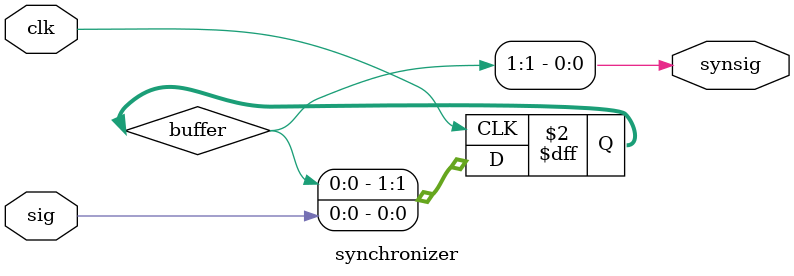
<source format=v>
module synchronizer#(parameter N=2)( 
	input clk, sig,
	output synsig
);
	reg [N-1:0] buffer;
	assign synsig = buffer[N-1];
	always @(posedge clk)
	buffer <= {buffer[N-2:0], sig};
endmodule
</source>
